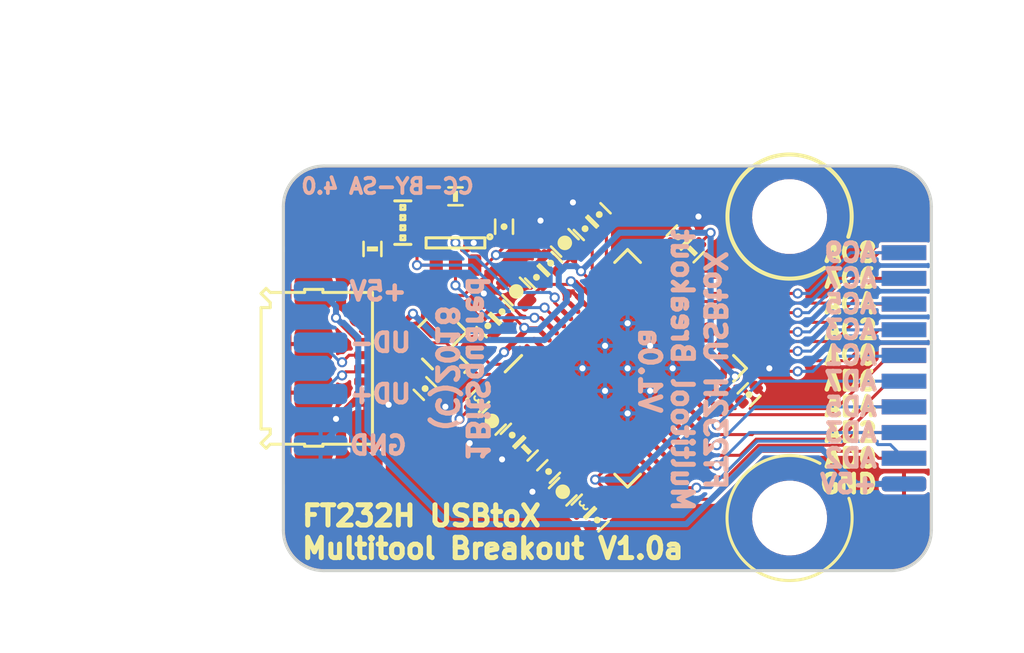
<source format=kicad_pcb>
(kicad_pcb (version 20221018) (generator pcbnew)
  (title_block (title "ftdi ft232h breakout") (rev "V1.0a") (company "1BitSquared") (comment 1 "(C) 2018 Piotr Esden-Tempski <piotr@1bitsquared.com>") (comment 2 "(C) 2018 1BitSquared <info@1bitsquared.com>") (comment 3 "License: CC-BY-SA 4.0"))
  (layers (0 "F.Cu" signal) (31 "B.Cu" signal) (34 "B.Paste" user) (35 "F.Paste" user) (36 "B.SilkS" user "B.Silkscreen") (37 "F.SilkS" user "F.Silkscreen") (38 "B.Mask" user) (39 "F.Mask" user) (44 "Edge.Cuts" user))
  (net 0 "")
  (net 1 "+3V3")
  (net 2 "GND")
  (net 3 "Net-(R6-Pad1)")
  (net 4 "Net-(R2-Pad1)")
  (net 5 "Net-(C3-Pad1)")
  (net 6 "+5V")
  (net 7 "Net-(C12-Pad1)")
  (net 8 "Net-(C13-Pad1)")
  (net 9 "/shield")
  (net 10 "Net-(P1-Pad4)")
  (net 11 "Net-(R2-Pad5)")
  (net 12 "Net-(R2-Pad3)")
  (net 13 "Net-(C2-Pad1)")
  (net 14 "Net-(R8-Pad2)")
  (net 15 "/ADBUS0")
  (net 16 "/ADBUS1")
  (net 17 "/ADBUS2")
  (net 18 "/ADBUS3")
  (net 19 "/ADBUS4")
  (net 20 "/ADBUS5")
  (net 21 "/ADBUS6")
  (net 22 "/ADBUS7")
  (net 23 "/ACBUS0")
  (net 24 "/ACBUS1")
  (net 25 "/ACBUS2")
  (net 26 "/ACBUS3")
  (net 27 "/ACBUS4")
  (net 28 "/ACBUS5")
  (net 29 "/ACBUS6")
  (net 30 "/ACBUS7")
  (net 31 "/ACBUS8")
  (net 32 "/ACBUS9")
  (net 33 "Net-(C4-Pad1)")
  (net 34 "/VCCA")
  (net 35 "/VCORE")
  (net 36 "/USB_D-")
  (net 37 "/USB_D+")
  (footprint "pkl_connectors:Connector_USB_Micro_B_SMD" (layer "F.Cu") (at 31.5 47.5 180)
    (fp_text reference "P1" hide)
    (fp_text value "pkl_USB_OTG" hide)
  )
  (footprint "pkl_dipol:C_0402" (layer "F.Cu") (at 43.1 52.6 -135)
    (fp_text reference "C13")
    (fp_text value "100n")
  )
  (footprint "pkl_dipol:C_0402" (layer "F.Cu") (at 53 48.8 45)
    (fp_text reference "C19")
    (fp_text value "100n")
  )
  (footprint "pkl_dipol:R_Array_Convex_4x0402" (layer "F.Cu") (at 35.9 40.3 90)
    (fp_text reference "R2")
    (fp_text value "10k")
  )
  (footprint "pkl_dipol:C_0402" (layer "F.Cu") (at 49.5 41 45)
    (fp_text reference "C4")
    (fp_text value "10n")
  )
  (footprint "pkl_dipol:C_0402" (layer "F.Cu") (at 42.5 43 135)
    (fp_text reference "C10")
    (fp_text value "100n")
  )
  (footprint "pkl_dipol:C_0402" (layer "F.Cu") (at 45.5 55 -135)
    (fp_text reference "C18")
    (fp_text value "100n")
  )
  (footprint "pkl_dipol:R_0402" (layer "F.Cu") (at 50.2 41.7 45)
    (fp_text reference "R9")
    (fp_text value "10k")
  )
  (footprint "pkl_dipol:L_0402" (layer "F.Cu") (at 44.8 54.3 45)
    (fp_text reference "L1")
    (fp_text value "600")
  )
  (footprint "pkl_dipol:L_0402" (layer "F.Cu") (at 39.6 49.1 45)
    (fp_text reference "L2")
    (fp_text value "600")
  )
  (footprint "pkl_dipol:C_0402" (layer "F.Cu") (at 41.3 50.8 -135)
    (fp_text reference "C12")
    (fp_text value "100n")
  )
  (footprint "pkl_housings_sot:SOT-23-6" (layer "F.Cu") (at 38.5 41.3 90)
    (fp_text reference "U1")
    (fp_text value "93C46B-SOT-23-6")
  )
  (footprint "pkl_dipol:R_0402" (layer "F.Cu") (at 38.5 39)
    (fp_text reference "R6")
    (fp_text value "2k2")
  )
  (footprint "pkl_dipol:R_0402" (layer "F.Cu") (at 42 51.5 45)
    (fp_text reference "R8")
    (fp_text value "12k")
  )
  (footprint "pkl_dipol:C_0402" (layer "F.Cu") (at 40.8 44.7 135)
    (fp_text reference "C20")
    (fp_text value "100n")
  )
  (footprint "pkl_dipol:C_0402" (layer "F.Cu") (at 40.9 40.5 90)
    (fp_text reference "C1")
    (fp_text value "100n")
  )
  (footprint "pkl_dipol:C_0402" (layer "F.Cu") (at 37 48.5 -45)
    (fp_text reference "C3")
    (fp_text value "10p")
  )
  (footprint "pkl_dipol:C_0603" (layer "F.Cu") (at 43.8 53.6 -135)
    (fp_text reference "C9")
    (fp_text value "4u7")
  )
  (footprint "pkl_dipol:C_0603" (layer "F.Cu") (at 40.3 50.1 -135)
    (fp_text reference "C6")
    (fp_text value "4u7")
  )
  (footprint "pkl_dipol:R_0402" (layer "F.Cu") (at 34.4 41.6 -90)
    (fp_text reference "R1")
    (fp_text value "1M")
  )
  (footprint "pkl_dipol:C_0603" (layer "F.Cu") (at 41.5 43.7 135)
    (fp_text reference "C7")
    (fp_text value "4u7")
  )
  (footprint "pkl_misc:ABM8" (layer "F.Cu") (at 38 46.4 135)
    (fp_text reference "X1")
    (fp_text value "12MHz")
  )
  (footprint "pkl_housings_dfn_qfn:QFN-48-1EP_8x8mm_Pitch0.5mm" (layer "F.Cu") (at 47 47.5 45)
    (fp_text reference "U2")
    (fp_text value "FT232H")
  )
  (footprint "pkl_dipol:C_0402" (layer "F.Cu") (at 40.1 45.4 135)
    (fp_text reference "C2")
    (fp_text value "10p")
  )
  (footprint "pkl_dipol:C_0603" (layer "F.Cu") (at 43.9 41.3 135)
    (fp_text reference "C5")
    (fp_text value "4u7")
  )
  (footprint "pkl_dipol:C_0402" (layer "F.Cu") (at 44.9 40.6 135)
    (fp_text reference "C14")
    (fp_text value "100n")
  )
  (footprint "pkl_dipol:C_0402" (layer "F.Cu") (at 43.2 42.3 135)
    (fp_text reference "C8")
    (fp_text value "100n")
  )
  (footprint "pkl_dipol:C_0402" (layer "F.Cu") (at 45.6 39.9 135)
    (fp_text reference "C16")
    (fp_text value "100n")
  )
  (footprint "MountingHole:MountingHole_3.2mm_M3" (layer "F.Cu") (at 55 40)
    (fp_text reference "REF**" hide)
    (fp_text value "MountingHole_3.2mm_M3" hide)
  )
  (footprint "MountingHole:MountingHole_3.2mm_M3" (layer "F.Cu") (at 55 54.9)
    (fp_text reference "REF**" hide)
    (fp_text value "MountingHole_3.2mm_M3" hide)
  )
  (footprint "pkl_samtec:FTSH-EDGE-20pin" (layer "F.Cu") (at 62 47.5 90)
    (fp_text reference "J1" hide)
    (fp_text value "Conn" hide)
  )
  (footprint "pkl_pads:PAD_SMD_1x2.65" (layer "B.Cu") (at 31.84 48.77)
    (fp_text reference "P4" hide)
    (fp_text value "UP" hide)
  )
  (footprint "pkl_pads:PAD_SMD_1x2.65" (layer "B.Cu") (at 31.84 46.23)
    (fp_text reference "P3" hide)
    (fp_text value "UP" hide)
  )
  (footprint "pkl_pads:PAD_SMD_1x2.65" (layer "B.Cu") (at 31.84 51.31)
    (fp_text reference "P5" hide)
    (fp_text value "UP" hide)
  )
  (footprint "pkl_pads:PAD_SMD_1x2.65" (layer "B.Cu") (at 31.84 43.69)
    (fp_text reference "P2" hide)
    (fp_text value "UP" hide)
  )
  (gr_arc (start 57.930188 53.923271) (mid 52.623225 56.872548) (end 56.5 52.2) (stroke (width 0.15)) (layer "F.SilkS"))
  (gr_arc (start 56.724926 42.536655) (mid 52.563238 38.136622) (end 57.899999 40.999999) (stroke (width 0.2)) (layer "F.SilkS"))
  (gr_line (start 30 55.5) (end 30 39.5) (stroke (width 0.15)) (layer "Edge.Cuts"))
  (gr_arc (start 30 39.5) (mid 30.585786 38.085786) (end 32 37.5) (stroke (width 0.15)) (layer "Edge.Cuts"))
  (gr_line (start 32 37.5) (end 60 37.5) (stroke (width 0.15)) (layer "Edge.Cuts"))
  (gr_line (start 62 55.5) (end 62 39.5) (stroke (width 0.15)) (layer "Edge.Cuts"))
  (gr_arc (start 60 37.5) (mid 61.414214 38.085786) (end 62 39.5) (stroke (width 0.15)) (layer "Edge.Cuts"))
  (gr_arc (start 62 55.5) (mid 61.414214 56.914214) (end 60 57.5) (stroke (width 0.15)) (layer "Edge.Cuts"))
  (gr_arc (start 32 57.5) (mid 30.585786 56.914214) (end 30 55.5) (stroke (width 0.15)) (layer "Edge.Cuts"))
  (gr_line (start 60 57.5) (end 32 57.5) (stroke (width 0.15)) (layer "Edge.Cuts"))
  (gr_text "AD7" (at 59.43 48.135) (layer "B.SilkS") (effects (font (size 0.9 0.9) (thickness 0.225)) (justify left mirror)))
  (gr_text "AC7" (at 59.43 43.055) (layer "B.SilkS") (effects (font (size 0.9 0.9) (thickness 0.225)) (justify left mirror)))
  (gr_text "AC9" (at 59.43 41.785) (layer "B.SilkS") (effects (font (size 0.9 0.9) (thickness 0.225)) (justify left mirror)))
  (gr_text "AD3" (at 59.43 50.675) (layer "B.SilkS") (effects (font (size 0.9 0.9) (thickness 0.225)) (justify left mirror)))
  (gr_text "AD2" (at 59.43 51.945) (layer "B.SilkS") (effects (font (size 0.9 0.9) (thickness 0.225)) (justify left mirror)))
  (gr_text "AC5" (at 59.43 44.325) (layer "B.SilkS") (effects (font (size 0.9 0.9) (thickness 0.225)) (justify left mirror)))
  (gr_text "AD5" (at 59.43 49.405) (layer "B.SilkS") (effects (font (size 0.9 0.9) (thickness 0.225)) (justify left mirror)))
  (gr_text "AC1" (at 59.43 46.865) (layer "B.SilkS") (effects (font (size 0.9 0.9) (thickness 0.225)) (justify left mirror)))
  (gr_text "AC3" (at 59.43 45.595) (layer "B.SilkS") (effects (font (size 0.9 0.9) (thickness 0.225)) (justify left mirror)))
  (gr_text "+5V" (at 59.43 53.215) (layer "B.SilkS") (effects (font (size 0.9 0.9) (thickness 0.225)) (justify left mirror)))
  (gr_text "1BitSquared" (at 39.57 47.5 270) (layer "B.SilkS") (effects (font (size 1 1) (thickness 0.25)) (justify mirror)))
  (gr_text "(C)2018" (at 38.07 47.5 270) (layer "B.SilkS") (effects (font (size 1 1) (thickness 0.25)) (justify mirror)))
  (gr_text "+5V" (at 33.165 43.69) (layer "B.SilkS") (effects (font (size 0.9 0.9) (thickness 0.225)) (justify right mirror)))
  (gr_text "UD-" (at 33.165 46.23) (layer "B.SilkS") (effects (font (size 0.9 0.9) (thickness 0.225)) (justify right mirror)))
  (gr_text "UD+" (at 33.165 48.77) (layer "B.SilkS") (effects (font (size 0.9 0.9) (thickness 0.225)) (justify right mirror)))
  (gr_text "GND" (at 33.165 51.31) (layer "B.SilkS") (effects (font (size 0.9 0.9) (thickness 0.225)) (justify right mirror)))
  (gr_text "FT232H USBtoX\nMultitool Breakout\nV1.0a" (at 49.7 47.6 270) (layer "B.SilkS") (effects (font (size 1 1) (thickness 0.25)) (justify mirror)))
  (gr_text "CC-BY-SA 4.0" (at 39.5 38.5) (layer "B.SilkS") (effects (font (size 0.75 0.75) (thickness 0.1875)) (justify left mirror)))
  (gr_text "FT232H USBtoX\nMultitool Breakout V1.0a" (at 30.8 55.6) (layer "F.SilkS") (effects (font (size 1 1) (thickness 0.25)) (justify left)))
  (gr_text "AD4" (at 59.43 49.405) (layer "F.SilkS") (effects (font (size 0.9 0.9) (thickness 0.225)) (justify right)))
  (gr_text "AD2" (at 59.43 50.675) (layer "F.SilkS") (effects (font (size 0.9 0.9) (thickness 0.225)) (justify right)))
  (gr_text "AC4" (at 59.43 44.325) (layer "F.SilkS") (effects (font (size 0.9 0.9) (thickness 0.225)) (justify right)))
  (gr_text "AC6" (at 59.43 43.055) (layer "F.SilkS") (effects (font (size 0.9 0.9) (thickness 0.225)) (justify right)))
  (gr_text "AC0" (at 59.43 46.865) (layer "F.SilkS") (effects (font (size 0.9 0.9) (thickness 0.225)) (justify right)))
  (gr_text "AC2" (at 59.43 45.595) (layer "F.SilkS") (effects (font (size 0.9 0.9) (thickness 0.225)) (justify right)))
  (gr_text "GND" (at 59.43 53.215) (layer "F.SilkS") (effects (font (size 0.9 0.9) (thickness 0.225)) (justify right)))
  (gr_text "AC8" (at 59.43 41.785) (layer "F.SilkS") (effects (font (size 0.9 0.9) (thickness 0.225)) (justify right)))
  (gr_text "AD0" (at 59.43 51.945) (layer "F.SilkS") (effects (font (size 0.9 0.9) (thickness 0.225)) (justify right)))
  (gr_text "AD6" (at 59.43 48.135) (layer "F.SilkS") (effects (font (size 0.9 0.9) (thickness 0.225)) (justify right)))
  (segment (start 40 42.4) (end 40.5 41.9) (width 0.15) (layer "F.Cu") (net 1))
  (segment (start 51.772971 48.383883) (end 51.816117 48.383883) (width 0.15) (layer "F.Cu") (net 1))
  (segment (start 35.425 40.55) (end 35.425 41.05) (width 0.15) (layer "F.Cu") (net 1))
  (segment (start 40.9 41) (end 40.9 41.5) (width 0.15) (layer "F.Cu") (net 1))
  (segment (start 38.9 43.9) (end 37.3 43.9) (width 0.15) (layer "F.Cu") (net 1))
  (segment (start 42.525126 45.5) (end 42.934136 45.90901) (width 0.15) (layer "F.Cu") (net 1))
  (segment (start 44.43033 42.43033) (end 44.7 42.7) (width 0.15) (layer "F.Cu") (net 1))
  (segment (start 35.425 42.025) (end 35.425 41.05) (width 0.15) (layer "F.Cu") (net 1))
  (segment (start 39.45 42.4) (end 40 42.4) (width 0.15) (layer "F.Cu") (net 1))
  (segment (start 51.816117 48.383883) (end 52.3 47.9) (width 0.15) (layer "F.Cu") (net 1))
  (segment (start 41.153553 45.053553) (end 41.453553 45.053553) (width 0.15) (layer "F.Cu") (net 1))
  (segment (start 51.876777 48.383883) (end 52.646447 49.153553) (width 0.15) (layer "F.Cu") (net 1))
  (segment (start 51.772971 48.383883) (end 51.876777 48.383883) (width 0.15) (layer "F.Cu") (net 1))
  (segment (start 43.607107 42.653553) (end 44.43033 41.83033) (width 0.15) (layer "F.Cu") (net 1))
  (segment (start 41.9 45.7) (end 40.9 46.7) (width 0.3) (layer "F.Cu") (net 1))
  (segment (start 46.116117 52.272971) (end 45.4 52.989088) (width 0.15) (layer "F.Cu") (net 1))
  (segment (start 45.40901 43.40901) (end 44.7 42.7) (width 0.15) (layer "F.Cu") (net 1))
  (segment (start 45.846447 54.653553) (end 45.853553 54.646447) (width 0.15) (layer "F.Cu") (net 1))
  (segment (start 41.9 45.5) (end 42.525126 45.5) (width 0.15) (layer "F.Cu") (net 1))
  (segment (start 45.40901 43.434136) (end 45.40901 43.40901) (width 0.15) (layer "F.Cu") (net 1))
  (segment (start 39.45 43.35) (end 38.9 43.9) (width 0.15) (layer "F.Cu") (net 1))
  (segment (start 41.9 45.5) (end 41.9 45.7) (width 0.3) (layer "F.Cu") (net 1))
  (segment (start 44.446447 54.653553) (end 45.846447 54.653553) (width 0.15) (layer "F.Cu") (net 1))
  (segment (start 45.4 52.989088) (end 45.4 53) (width 0.15) (layer "F.Cu") (net 1))
  (segment (start 35.425 40.05) (end 35.425 40.55) (width 0.15) (layer "F.Cu") (net 1))
  (segment (start 37.3 43.9) (end 35.425 42.025) (width 0.15) (layer "F.Cu") (net 1))
  (segment (start 50.553553 41.346447) (end 51.1 40.8) (width 0.15) (layer "F.Cu") (net 1))
  (segment (start 45.853553 54.646447) (end 45.853553 53.453553) (width 0.15) (layer "F.Cu") (net 1))
  (segment (start 39.45 42.4) (end 39.45 43.35) (width 0.15) (layer "F.Cu") (net 1))
  (segment (start 40.9 41.5) (end 40.5 41.9) (width 0.15) (layer "F.Cu") (net 1))
  (segment (start 44.43033 41.83033) (end 44.43033 42.43033) (width 0.15) (layer "F.Cu") (net 1))
  (segment (start 39.246447 49.453553) (end 38.7 50) (width 0.15) (layer "F.Cu") (net 1))
  (segment (start 43.553553 42.653553) (end 43.607107 42.653553) (width 0.15) (layer "F.Cu") (net 1))
  (segment (start 45.853553 53.453553) (end 45.4 53) (width 0.15) (layer "F.Cu") (net 1))
  (segment (start 41.453553 45.053553) (end 41.9 45.5) (width 0.15) (layer "F.Cu") (net 1))
  (via (at 38.7 50) (size 0.5) (drill 0.3) (layers "F.Cu" "B.Cu") (net 1))
  (via (at 41.9 45.5) (size 0.5) (drill 0.3) (layers "F.Cu" "B.Cu") (net 1))
  (via (at 45.4 53) (size 0.5) (drill 0.3) (layers "F.Cu" "B.Cu") (net 1))
  (via (at 51.1 40.8) (size 0.5) (drill 0.3) (layers "F.Cu" "B.Cu") (net 1))
  (via (at 52.3 47.9) (size 0.5) (drill 0.3) (layers "F.Cu" "B.Cu") (net 1))
  (via (at 44.7 42.7) (size 0.5) (drill 0.3) (layers "F.Cu" "B.Cu") (net 1))
  (via (at 40.5 41.9) (size 0.5) (drill 0.3) (layers "F.Cu" "B.Cu") (net 1))
  (via (at 40.9 46.7) (size 0.5) (drill 0.3) (layers "F.Cu" "B.Cu") (net 1))
  (segment (start 43.8 42.6) (end 43.6 42.8) (width 0.3) (layer "B.Cu") (net 1))
  (segment (start 40.9 46.7) (end 38.7 48.9) (width 0.3) (layer "B.Cu") (net 1))
  (segment (start 43.1 41.9) (end 43.8 42.6) (width 0.3) (layer "B.Cu") (net 1))
  (segment (start 44.7 42.7) (end 46.6 40.8) (width 0.3) (layer "B.Cu") (net 1))
  (segment (start 44 44.2) (end 42.6 45.6) (width 0.3) (layer "B.Cu") (net 1))
  (segment (start 43.6 43.4) (end 44 43.8) (width 0.3) (layer "B.Cu") (net 1))
  (segment (start 42.6 45.6) (end 42 45.6) (width 0.3) (layer "B.Cu") (net 1))
  (segment (start 38.7 48.9) (end 38.7 50) (width 0.3) (layer "B.Cu") (net 1))
  (segment (start 42 45.6) (end 41.9 45.5) (width 0.3) (layer "B.Cu") (net 1))
  (segment (start 40.5 41.9) (end 43.1 41.9) (width 0.3) (layer "B.Cu") (net 1))
  (segment (start 52.3 47.9) (end 51.1 46.7) (width 0.3) (layer "B.Cu") (net 1))
  (segment (start 45.4 53) (end 47.2 53) (width 0.3) (layer "B.Cu") (net 1))
  (segment (start 44 43.8) (end 44 44.2) (width 0.3) (layer "B.Cu") (net 1))
  (segment (start 47.2 53) (end 52.3 47.9) (width 0.3) (layer "B.Cu") (net 1))
  (segment (start 43.949999 42.450001) (end 43.8 42.6) (width 0.3) (layer "B.Cu") (net 1))
  (segment (start 51.1 46.7) (end 51.1 40.8) (width 0.3) (layer "B.Cu") (net 1))
  (segment (start 43.6 42.8) (end 43.6 43.4) (width 0.3) (layer "B.Cu") (net 1))
  (segment (start 46.6 40.8) (end 51.1 40.8) (width 0.3) (layer "B.Cu") (net 1))
  (segment (start 44.450001 42.450001) (end 43.949999 42.450001) (width 0.3) (layer "B.Cu") (net 1))
  (segment (start 44.7 42.7) (end 44.450001 42.450001) (width 0.3) (layer "B.Cu") (net 1))
  (segment (start 38.5 40.2) (end 38.5 40.4) (width 0.15) (layer "F.Cu") (net 2))
  (segment (start 34.175 48.8) (end 33.8 48.8) (width 0.3) (layer "F.Cu") (net 2))
  (segment (start 38.5 40.4) (end 39.4 41.3) (width 0.15) (layer "F.Cu") (net 2))
  (segment (start 33.8 48.8) (end 32.6 50) (width 0.3) (layer "F.Cu") (net 2))
  (segment (start 34.7 48.8) (end 35.2 49.3) (width 0.3) (layer "F.Cu") (net 2))
  (segment (start 34.175 48.8) (end 34.7 48.8) (width 0.3) (layer "F.Cu") (net 2))
  (via (at 39.9 43.8) (size 0.5) (drill 0.3) (layers "F.Cu" "B.Cu") (net 2))
  (via (at 40.8 52) (size 0.5) (drill 0.3) (layers "F.Cu" "B.Cu") (net 2))
  (via (at 39.2 51.2) (size 0.5) (drill 0.3) (layers "F.Cu" "B.Cu") (net 2))
  (via (at 44.3 39.3) (size 0.5) (drill 0.3) (layers "F.Cu" "B.Cu") (net 2))
  (via (at 42.3 53.6) (size 0.5) (drill 0.3) (layers "F.Cu" "B.Cu") (net 2))
  (via (at 54 47.5) (size 0.5) (drill 0.3) (layers "F.Cu" "B.Cu") (net 2))
  (via (at 32.6 50) (size 0.5) (drill 0.3) (layers "F.Cu" "B.Cu") (net 2))
  (via (at 38 49.4) (size 0.5) (drill 0.3) (layers "F.Cu" "B.Cu") (net 2))
  (via (at 35.2 49.3) (size 0.5) (drill 0.3) (layers "F.Cu" "B.Cu") (net 2))
  (via (at 42.7 40.2) (size 0.5) (drill 0.3) (layers "F.Cu" "B.Cu") (net 2))
  (via (at 39.4 41.3) (size 0.5) (drill 0.3) (layers "F.Cu" "B.Cu") (net 2))
  (via (at 50.5 40) (size 0.5) (drill 0.3) (layers "F.Cu" "B.Cu") (net 2))
  (segment (start 32.6 50) (end 32.6 50.55) (width 0.3) (layer "B.Cu") (net 2))
  (segment (start 32.6 50.55) (end 31.84 51.31) (width 0.3) (layer "B.Cu") (net 2))
  (segment (start 43.4 44.253554) (end 43.4 44) (width 0.15) (layer "F.Cu") (net 3))
  (segment (start 37.55 39.45) (end 38 39) (width 0.15) (layer "F.Cu") (net 3))
  (segment (start 38.500002 41.278026) (end 38.500002 41.3) (width 0.15) (layer "F.Cu") (net 3))
  (segment (start 37.55 40.2) (end 37.55 39.45) (width 0.15) (layer "F.Cu") (net 3))
  (segment (start 37.55 40.328024) (end 38.500002 41.278026) (width 0.15) (layer "F.Cu") (net 3))
  (segment (start 37.55 40.2) (end 37.55 40.328024) (width 0.15) (layer "F.Cu") (net 3))
  (segment (start 43.994796 44.84835) (end 43.4 44.253554) (width 0.15) (layer "F.Cu") (net 3))
  (via (at 43.4 44) (size 0.5) (drill 0.3) (layers "F.Cu" "B.Cu") (net 3))
  (via (at 38.500002 41.3) (size 0.5) (drill 0.3) (layers "F.Cu" "B.Cu") (net 3))
  (segment (start 38.500002 41.300002) (end 38.500002 41.3) (width 0.15) (layer "B.Cu") (net 3))
  (segment (start 41.250001 43.750001) (end 39.5 42) (width 0.15) (layer "B.Cu") (net 3))
  (segment (start 39.200002 42) (end 38.500002 41.3) (width 0.15) (layer "B.Cu") (net 3))
  (segment (start 43.150001 43.750001) (end 41.250001 43.750001) (width 0.15) (layer "B.Cu") (net 3))
  (segment (start 43.4 44) (end 43.150001 43.750001) (width 0.15) (layer "B.Cu") (net 3))
  (segment (start 39.5 42) (end 39.200002 42) (width 0.15) (layer "B.Cu") (net 3))
  (segment (start 36.6 41.275) (end 36.6 42.4) (width 0.15) (layer "F.Cu") (net 4))
  (segment (start 37.55 42.4) (end 36.6 42.4) (width 0.15) (layer "F.Cu") (net 4))
  (segment (start 43.641243 45.201903) (end 43.601903 45.201903) (width 0.15) (layer "F.Cu") (net 4))
  (segment (start 43.601903 45.201903) (end 42.9 44.5) (width 0.15) (layer "F.Cu") (net 4))
  (segment (start 36.375 41.05) (end 36.6 41.275) (width 0.15) (layer "F.Cu") (net 4))
  (via (at 36.6 42.4) (size 0.5) (drill 0.3) (layers "F.Cu" "B.Cu") (net 4))
  (via (at 42.9 44.5) (size 0.5) (drill 0.3) (layers "F.Cu" "B.Cu") (net 4))
  (segment (start 39.1 42.4) (end 36.6 42.4) (width 0.15) (layer "B.Cu") (net 4))
  (segment (start 39.3 42.4) (end 39.1 42.4) (width 0.15) (layer "B.Cu") (net 4))
  (segment (start 41.4 44.5) (end 39.3 42.4) (width 0.15) (layer "B.Cu") (net 4))
  (segment (start 42.9 44.5) (end 41.4 44.5) (width 0.15) (layer "B.Cu") (net 4))
  (segment (start 42.227031 49.090989) (end 42.580583 48.737437) (width 0.15) (layer "F.Cu") (net 5))
  (segment (start 40.2 47.8) (end 41.490989 49.090989) (width 0.15) (layer "F.Cu") (net 5))
  (segment (start 38.040901 46.240901) (end 39.6 47.8) (width 0.15) (layer "F.Cu") (net 5))
  (segment (start 36.646447 46.354595) (end 36.532753 46.240901) (width 0.15) (layer "F.Cu") (net 5))
  (segment (start 41.490989 49.090989) (end 42.227031 49.090989) (width 0.15) (layer "F.Cu") (net 5))
  (segment (start 36.532753 46.240901) (end 38.040901 46.240901) (width 0.15) (layer "F.Cu") (net 5))
  (segment (start 36.646447 48.146447) (end 36.646447 46.354595) (width 0.15) (layer "F.Cu") (net 5))
  (segment (start 39.6 47.8) (end 40.2 47.8) (width 0.15) (layer "F.Cu") (net 5))
  (segment (start 34.175 46.2) (end 33.8 46.2) (width 0.3) (layer "F.Cu") (net 6))
  (segment (start 44.467767 43.2) (end 44.2 43.2) (width 0.15) (layer "F.Cu") (net 6))
  (segment (start 33.8 46.2) (end 32.6 45) (width 0.3) (layer "F.Cu") (net 6))
  (segment (start 42.853553 43.353553) (end 44.046447 43.353553) (width 0.15) (layer "F.Cu") (net 6))
  (segment (start 42.03033 44.176776) (end 42.853553 43.353553) (width 0.15) (layer "F.Cu") (net 6))
  (segment (start 45.055456 43.787689) (end 44.467767 43.2) (width 0.15) (layer "F.Cu") (net 6))
  (segment (start 34.175 46.2) (end 35 46.2) (width 0.3) (layer "F.Cu") (net 6))
  (segment (start 44.046447 43.353553) (end 44.2 43.2) (width 0.15) (layer "F.Cu") (net 6))
  (segment (start 35 46.2) (end 36.4 44.8) (width 0.3) (layer "F.Cu") (net 6))
  (segment (start 42.03033 44.23033) (end 42.03033 44.176776) (width 0.15) (layer "F.Cu") (net 6))
  (via (at 36.4 44.8) (size 0.5) (drill 0.3) (layers "F.Cu" "B.Cu") (net 6))
  (via (at 32.6 45) (size 0.5) (drill 0.3) (layers "F.Cu" "B.Cu") (net 6))
  (via (at 44.2 43.2) (size 0.5) (drill 0.3) (layers "F.Cu" "B.Cu") (net 6))
  (segment (start 32.6 44.45) (end 31.84 43.69) (width 0.3) (layer "B.Cu") (net 6))
  (segment (start 32.962833 45.249999) (end 33.7 45.987166) (width 0.3) (layer "B.Cu") (net 6))
  (segment (start 32.849999 45.249999) (end 32.962833 45.249999) (width 0.3) (layer "B.Cu") (net 6))
  (segment (start 56.6 51.5) (end 58.315 53.215) (width 0.3) (layer "B.Cu") (net 6))
  (segment (start 42.9 46.1) (end 37.7 46.1) (width 0.3) (layer "B.Cu") (net 6))
  (segment (start 32.6 45) (end 32.849999 45.249999) (width 0.3) (layer "B.Cu") (net 6))
  (segment (start 33.7 45.987166) (end 33.7 50.7) (width 0.3) (layer "B.Cu") (net 6))
  (segment (start 38.2 55.2) (end 49.9 55.2) (width 0.3) (layer "B.Cu") (net 6))
  (segment (start 53.6 51.5) (end 56.6 51.5) (width 0.3) (layer "B.Cu") (net 6))
  (segment (start 44.2 43.2) (end 44.7 43.7) (width 0.3) (layer "B.Cu") (net 6))
  (segment (start 49.9 55.2) (end 53.6 51.5) (width 0.3) (layer "B.Cu") (net 6))
  (segment (start 37.7 46.1) (end 36.4 44.8) (width 0.3) (layer "B.Cu") (net 6))
  (segment (start 58.315 53.215) (end 60.65 53.215) (width 0.3) (layer "B.Cu") (net 6))
  (segment (start 33.7 50.7) (end 38.2 55.2) (width 0.3) (layer "B.Cu") (net 6))
  (segment (start 44.7 43.7) (end 44.7 44.3) (width 0.3) (layer "B.Cu") (net 6))
  (segment (start 44.7 44.3) (end 42.9 46.1) (width 0.3) (layer "B.Cu") (net 6))
  (segment (start 32.6 45) (end 32.6 44.45) (width 0.3) (layer "B.Cu") (net 6))
  (segment (start 42.90901 49.09099) (end 42.934136 49.09099) (width 0.15) (layer "F.Cu") (net 7))
  (segment (start 41.653553 50.346447) (end 42.90901 49.09099) (width 0.15) (layer "F.Cu") (net 7))
  (segment (start 40.83033 49.623224) (end 41.653553 50.446447) (width 0.15) (layer "F.Cu") (net 7))
  (segment (start 40.83033 49.56967) (end 40.83033 49.623224) (width 0.15) (layer "F.Cu") (net 7))
  (segment (start 40.007107 48.746447) (end 40.83033 49.56967) (width 0.15) (layer "F.Cu") (net 7))
  (segment (start 39.953553 48.746447) (end 40.007107 48.746447) (width 0.15) (layer "F.Cu") (net 7))
  (segment (start 41.653553 50.446447) (end 41.653553 50.346447) (width 0.15) (layer "F.Cu") (net 7))
  (segment (start 45.153553 53.946447) (end 45.153553 53.892893) (width 0.15) (layer "F.Cu") (net 8))
  (segment (start 45.153553 53.892893) (end 44.33033 53.06967) (width 0.15) (layer "F.Cu") (net 8))
  (segment (start 44.33033 53.06967) (end 44.276776 53.06967) (width 0.15) (layer "F.Cu") (net 8))
  (segment (start 44.276776 53.06967) (end 43.453553 52.246447) (width 0.15) (layer "F.Cu") (net 8))
  (segment (start 43.453553 52.107107) (end 43.453553 52.246447) (width 0.15) (layer "F.Cu") (net 8))
  (segment (start 44.701903 50.858757) (end 43.453553 52.107107) (width 0.15) (layer "F.Cu") (net 8))
  (segment (start 38.47499 38.47499) (end 38.694543 38.694543) (width 0.15) (layer "F.Cu") (net 11))
  (segment (start 37.73002 38.47499) (end 38.47499 38.47499) (width 0.15) (layer "F.Cu") (net 11))
  (segment (start 37 39.20501) (end 37.73002 38.47499) (width 0.15) (layer "F.Cu") (net 11))
  (segment (start 38.694543 38.694543) (end 39 39) (width 0.15) (layer "F.Cu") (net 11))
  (segment (start 39.45 39.45) (end 39.45 40.2) (width 0.15) (layer "F.Cu") (net 11))
  (segment (start 37 39.609636) (end 37 39.20501) (width 0.15) (layer "F.Cu") (net 11))
  (segment (start 36.559636 40.05) (end 37 39.609636) (width 0.15) (layer "F.Cu") (net 11))
  (segment (start 36.375 40.05) (end 36.559636 40.05) (width 0.15) (layer "F.Cu") (net 11))
  (segment (start 39 39) (end 39.45 39.45) (width 0.15) (layer "F.Cu") (net 11))
  (segment (start 43.287689 45.555456) (end 42.732233 45) (width 0.15) (layer "F.Cu") (net 12))
  (segment (start 38.5 42.228024) (end 38.5 42.4) (width 0.15) (layer "F.Cu") (net 12))
  (segment (start 42.732233 45) (end 42.4 45) (width 0.15) (layer "F.Cu") (net 12))
  (segment (start 38.5 42.4) (end 38.5 43.4) (width 0.15) (layer "F.Cu") (net 12))
  (segment (start 36.821976 40.55) (end 38.5 42.228024) (width 0.15) (layer "F.Cu") (net 12))
  (segment (start 36.375 40.55) (end 36.821976 40.55) (width 0.15) (layer "F.Cu") (net 12))
  (via (at 42.4 45) (size 0.5) (drill 0.3) (layers "F.Cu" "B.Cu") (net 12))
  (via (at 38.5 43.4) (size 0.5) (drill 0.3) (layers "F.Cu" "B.Cu") (net 12))
  (segment (start 40.1 45) (end 38.5 43.4) (width 0.15) (layer "B.Cu") (net 12))
  (segment (start 42.4 45) (end 40.1 45) (width 0.15) (layer "B.Cu") (net 12))
  (segment (start 40.272793 45.753553) (end 39.467247 46.559099) (width 0.15) (layer "F.Cu") (net 13))
  (segment (start 41.143146 47.3) (end 40.208148 47.3) (width 0.15) (layer "F.Cu") (net 13))
  (segment (start 40.208148 47.3) (end 39.467247 46.559099) (width 0.15) (layer "F.Cu") (net 13))
  (segment (start 42.227029 48.383883) (end 41.143146 47.3) (width 0.15) (layer "F.Cu") (net 13))
  (segment (start 40.453553 45.753553) (end 40.272793 45.753553) (width 0.15) (layer "F.Cu") (net 13))
  (segment (start 43.641243 49.798097) (end 42.353553 51.085787) (width 0.15) (layer "F.Cu") (net 14))
  (segment (start 42.353553 51.085787) (end 42.353553 51.146447) (width 0.15) (layer "F.Cu") (net 14))
  (segment (start 59.055 51.6) (end 59.4 51.945) (width 0.15) (layer "F.Cu") (net 15))
  (segment (start 51.224998 53.975002) (end 53.6 51.6) (width 0.15) (layer "F.Cu") (net 15))
  (segment (start 47.883883 52.272971) (end 49.585914 53.975002) (width 0.15) (layer "F.Cu") (net 15))
  (segment (start 53.6 51.6) (end 59.055 51.6) (width 0.15) (layer "F.Cu") (net 15))
  (segment (start 59.4 51.945) (end 60.65 51.945) (width 0.15) (layer "F.Cu") (net 15))
  (segment (start 49.585914 53.975002) (end 51.224998 53.975002) (width 0.15) (layer "F.Cu") (net 15))
  (segment (start 49.71802 53.4) (end 50.4 53.4) (width 0.15) (layer "F.Cu") (net 16))
  (segment (start 48.237437 51.919417) (end 49.71802 53.4) (width 0.15) (layer "F.Cu") (net 16))
  (via (at 50.4 53.4) (size 0.5) (drill 0.3) (layers "F.Cu" "B.Cu") (net 16))
  (segment (start 59.324999 51.225001) (end 59.324999 51.1) (width 0.15) (layer "B.Cu") (net 16))
  (segment (start 51.103002 53.4) (end 50.4 53.4) (width 0.15) (layer "B.Cu") (net 16))
  (segment (start 60.65 51.945) (end 59.975001 51.270001) (width 0.15) (layer "B.Cu") (net 16))
  (segment (start 59.369999 51.270001) (end 59.324999 51.225001) (width 0.15) (layer "B.Cu") (net 16))
  (segment (start 59.324999 51.1) (end 53.403002 51.1) (width 0.15) (layer "B.Cu") (net 16))
  (segment (start 53.403002 51.1) (end 51.103002 53.4) (width 0.15) (layer "B.Cu") (net 16))
  (segment (start 59.975001 51.270001) (end 59.369999 51.270001) (width 0.15) (layer "B.Cu") (net 16))
  (segment (start 51.90072 52.875002) (end 53.475732 51.299989) (width 0.15) (layer "F.Cu") (net 17))
  (segment (start 57.603568 51.299989) (end 58.228557 50.675) (width 0.15) (layer "F.Cu") (net 17))
  (segment (start 58.228557 50.675) (end 60.65 50.675) (width 0.15) (layer "F.Cu") (net 17))
  (segment (start 53.475732 51.299989) (end 57.603568 51.299989) (width 0.15) (layer "F.Cu") (net 17))
  (segment (start 49.900128 52.875002) (end 51.90072 52.875002) (width 0.15) (layer "F.Cu") (net 17))
  (segment (start 48.59099 51.565864) (end 49.900128 52.875002) (width 0.15) (layer "F.Cu") (net 17))
  (segment (start 48.944544 51.212311) (end 50.116912 52.384679) (width 0.15) (layer "F.Cu") (net 18))
  (segment (start 51.315321 52.384679) (end 51.4 52.3) (width 0.15) (layer "F.Cu") (net 18))
  (segment (start 50.116912 52.384679) (end 51.315321 52.384679) (width 0.15) (layer "F.Cu") (net 18))
  (via (at 51.4 52.3) (size 0.5) (drill 0.3) (layers "F.Cu" "B.Cu") (net 18))
  (segment (start 53.025 50.675) (end 51.4 52.3) (width 0.15) (layer "B.Cu") (net 18))
  (segment (start 60.65 50.675) (end 53.025 50.675) (width 0.15) (layer "B.Cu") (net 18))
  (segment (start 49.298097 50.858757) (end 50.23934 51.8) (width 0.15) (layer "F.Cu") (net 19))
  (segment (start 53.351464 50.999978) (end 57.4793 50.999978) (width 0.15) (layer "F.Cu") (net 19))
  (segment (start 59.074278 49.405) (end 60.65 49.405) (width 0.15) (layer "F.Cu") (net 19))
  (segment (start 50.23934 51.8) (end 52.551443 51.8) (width 0.15) (layer "F.Cu") (net 19))
  (segment (start 57.4793 50.999978) (end 59.074278 49.405) (width 0.15) (layer "F.Cu") (net 19))
  (segment (start 52.551443 51.8) (end 53.351464 50.999978) (width 0.15) (layer "F.Cu") (net 19))
  (segment (start 50.446422 51.299976) (end 51.4 51.299976) (width 0.15) (layer "F.Cu") (net 20))
  (segment (start 49.65165 50.505204) (end 50.446422 51.299976) (width 0.15) (layer "F.Cu") (net 20))
  (via (at 51.4 51.299976) (size 0.5) (drill 0.3) (layers "F.Cu" "B.Cu") (net 20))
  (segment (start 60.65 49.405) (end 53.294976 49.405) (width 0.15) (layer "B.Cu") (net 20))
  (segment (start 53.294976 49.405) (end 51.4 51.299976) (width 0.15) (layer "B.Cu") (net 20))
  (segment (start 53.152161 50.775002) (end 53.227196 50.699967) (width 0.15) (layer "F.Cu") (net 21))
  (segment (start 53.227196 50.699967) (end 57.355033 50.699967) (width 0.15) (layer "F.Cu") (net 21))
  (segment (start 50.005204 50.15165) (end 50.628556 50.775002) (width 0.15) (layer "F.Cu") (net 21))
  (segment (start 59.92 48.135) (end 60.65 48.135) (width 0.15) (layer "F.Cu") (net 21))
  (segment (start 57.355033 50.699967) (end 59.92 48.135) (width 0.15) (layer "F.Cu") (net 21))
  (segment (start 50.628556 50.775002) (end 53.152161 50.775002) (width 0.15) (layer "F.Cu") (net 21))
  (segment (start 51.251651 50.151649) (end 51.4 50.299998) (width 0.15) (layer "F.Cu") (net 22))
  (segment (start 50.358757 49.798097) (end 50.712309 50.151649) (width 0.15) (layer "F.Cu") (net 22))
  (segment (start 50.712309 50.151649) (end 51.251651 50.151649) (width 0.15) (layer "F.Cu") (net 22))
  (via (at 51.4 50.299998) (size 0.5) (drill 0.3) (layers "F.Cu" "B.Cu") (net 22))
  (segment (start 60.65 48.135) (end 53.565 48.135) (width 0.15) (layer "B.Cu") (net 22))
  (segment (start 53.565 48.135) (end 51.400002 50.299998) (width 0.15) (layer "B.Cu") (net 22))
  (segment (start 51.400002 50.299998) (end 51.4 50.299998) (width 0.15) (layer "B.Cu") (net 22))
  (segment (start 56.992873 49.792127) (end 59.92 46.865) (width 0.15) (layer "F.Cu") (net 23))
  (segment (start 50.712311 49.444544) (end 51.059894 49.792127) (width 0.15) (layer "F.Cu") (net 23))
  (segment (start 51.059894 49.792127) (end 56.992873 49.792127) (width 0.15) (layer "F.Cu") (net 23))
  (segment (start 59.92 46.865) (end 60.65 46.865) (width 0.15) (layer "F.Cu") (net 23))
  (segment (start 51.772971 46.616117) (end 52.189088 46.2) (width 0.15) (layer "F.Cu") (net 24))
  (segment (start 54.828616 47.650011) (end 55.4 47.650011) (width 0.15) (layer "F.Cu") (net 24))
  (segment (start 53.378605 46.2) (end 54.828616 47.650011) (width 0.15) (layer "F.Cu") (net 24))
  (segment (start 52.189088 46.2) (end 53.378605 46.2) (width 0.15) (layer "F.Cu") (net 24))
  (via (at 55.4 47.650011) (size 0.5) (drill 0.3) (layers "F.Cu" "B.Cu") (net 24))
  (segment (start 60.615 46.9) (end 56.9 46.9) (width 0.15) (layer "B.Cu") (net 24))
  (segment (start 60.65 46.865) (end 60.615 46.9) (width 0.15) (layer "B.Cu") (net 24))
  (segment (start 56.149989 47.650011) (end 55.4 47.650011) (width 0.15) (layer "B.Cu") (net 24))
  (segment (start 56.9 46.9) (end 56.149989 47.650011) (width 0.15) (layer "B.Cu") (net 24))
  (segment (start 54.72792 47.125034) (end 57.874966 47.125034) (width 0.15) (layer "F.Cu") (net 25))
  (segment (start 51.88198 45.8) (end 53.402886 45.8) (width 0.15) (layer "F.Cu") (net 25))
  (segment (start 51.419417 46.262563) (end 51.88198 45.8) (width 0.15) (layer "F.Cu") (net 25))
  (segment (start 53.402886 45.8) (end 54.72792 47.125034) (width 0.15) (layer "F.Cu") (net 25))
  (segment (start 59.405 45.595) (end 60.65 45.595) (width 0.15) (layer "F.Cu") (net 25))
  (segment (start 57.874966 47.125034) (end 59.405 45.595) (width 0.15) (layer "F.Cu") (net 25))
  (segment (start 51.574874 45.4) (end 53.427165 45.4) (width 0.15) (layer "F.Cu") (net 26))
  (segment (start 54.677198 46.650033) (end 55.4 46.650033) (width 0.15) (layer "F.Cu") (net 26))
  (segment (start 53.427165 45.4) (end 54.677198 46.650033) (width 0.15) (layer "F.Cu") (net 26))
  (segment (start 51.065864 45.90901) (end 51.574874 45.4) (width 0.15) (layer "F.Cu") (net 26))
  (via (at 55.4 46.650033) (size 0.5) (drill 0.3) (layers "F.Cu" "B.Cu") (net 26))
  (segment (start 60.645 45.6) (end 57.1 45.6) (width 0.15) (layer "B.Cu") (net 26))
  (segment (start 57.1 45.6) (end 56.049967 46.650033) (width 0.15) (layer "B.Cu") (net 26))
  (segment (start 56.049967 46.650033) (end 55.4 46.650033) (width 0.15) (layer "B.Cu") (net 26))
  (segment (start 60.65 45.595) (end 60.645 45.6) (width 0.15) (layer "B.Cu") (net 26))
  (segment (start 51.267767 45) (end 53.451444 45) (width 0.15) (layer "F.Cu") (net 27))
  (segment (start 50.712311 45.555456) (end 51.267767 45) (width 0.15) (layer "F.Cu") (net 27))
  (segment (start 57.224977 46.175023) (end 59.075 44.325) (width 0.15) (layer "F.Cu") (net 27))
  (segment (start 54.626467 46.175023) (end 57.224977 46.175023) (width 0.15) (layer "F.Cu") (net 27))
  (segment (start 53.451444 45) (end 54.626467 46.175023) (width 0.15) (layer "F.Cu") (net 27))
  (segment (start 59.075 44.325) (end 60.65 44.325) (width 0.15) (layer "F.Cu") (net 27))
  (segment (start 53.475722 44.6) (end 54.575744 45.700022) (width 0.15) (layer "F.Cu") (net 28))
  (segment (start 50.96066 44.6) (end 53.475722 44.6) (width 0.15) (layer "F.Cu") (net 28))
  (segment (start 50.358757 45.201903) (end 50.96066 44.6) (width 0.15) (layer "F.Cu") (net 28))
  (segment (start 54.575744 45.700022) (end 55.399998 45.700022) (width 0.15) (layer "F.Cu") (net 28))
  (via (at 55.399998 45.700022) (size 0.5) (drill 0.3) (layers "F.Cu" "B.Cu") (net 28))
  (segment (start 60.65 44.325) (end 60.625 44.3) (width 0.15) (layer "B.Cu") (net 28))
  (segment (start 55.999978 45.700022) (end 55.399998 45.700022) (width 0.15) (layer "B.Cu") (net 28))
  (segment (start 60.625 44.3) (end 57.4 44.3) (width 0.15) (layer "B.Cu") (net 28))
  (segment (start 57.4 44.3) (end 55.999978 45.700022) (width 0.15) (layer "B.Cu") (net 28))
  (segment (start 50.653554 44.2) (end 53.5 44.2) (width 0.15) (layer "F.Cu") (net 29))
  (segment (start 59.245 43.055) (end 60.65 43.055) (width 0.15) (layer "F.Cu") (net 29))
  (segment (start 54.525012 45.225012) (end 57.074988 45.225012) (width 0.15) (layer "F.Cu") (net 29))
  (segment (start 50.005204 44.84835) (end 50.653554 44.2) (width 0.15) (layer "F.Cu") (net 29))
  (segment (start 57.074988 45.225012) (end 59.245 43.055) (width 0.15) (layer "F.Cu") (net 29))
  (segment (start 53.5 44.2) (end 54.525012 45.225012) (width 0.15) (layer "F.Cu") (net 29))
  (segment (start 49.65165 44.494796) (end 50.346446 43.8) (width 0.15) (layer "F.Cu") (net 30))
  (segment (start 50.346446 43.8) (end 53.575722 43.8) (width 0.15) (layer "F.Cu") (net 30))
  (segment (start 54.525733 44.750011) (end 55.4 44.750011) (width 0.15) (layer "F.Cu") (net 30))
  (segment (start 53.575722 43.8) (end 54.525733 44.750011) (width 0.15) (layer "F.Cu") (net 30))
  (via (at 55.4 44.750011) (size 0.5) (drill 0.3) (layers "F.Cu" "B.Cu") (net 30))
  (segment (start 57.5 43.2) (end 55.949989 44.750011) (width 0.15) (layer "B.Cu") (net 30))
  (segment (start 55.949989 44.750011) (end 55.4 44.750011) (width 0.15) (layer "B.Cu") (net 30))
  (segment (start 60.65 43.055) (end 60.505 43.2) (width 0.15) (layer "B.Cu") (net 30))
  (segment (start 60.505 43.2) (end 57.5 43.2) (width 0.15) (layer "B.Cu") (net 30))
  (segment (start 56.909995 44.275005) (end 59.4 41.785) (width 0.15) (layer "F.Cu") (net 31))
  (segment (start 53.6 43.4) (end 54.475005 44.275005) (width 0.15) (layer "F.Cu") (net 31))
  (segment (start 49.298097 44.141243) (end 50.03934 43.4) (width 0.15) (layer "F.Cu") (net 31))
  (segment (start 59.4 41.785) (end 60.65 41.785) (width 0.15) (layer "F.Cu") (net 31))
  (segment (start 54.475005 44.275005) (end 56.909995 44.275005) (width 0.15) (layer "F.Cu") (net 31))
  (segment (start 50.03934 43.4) (end 53.6 43.4) (width 0.15) (layer "F.Cu") (net 31))
  (segment (start 53.7 43) (end 54.500004 43.800004) (width 0.15) (layer "F.Cu") (net 32))
  (segment (start 49.732233 43) (end 53.7 43) (width 0.15) (layer "F.Cu") (net 32))
  (segment (start 54.500004 43.800004) (end 55.4 43.800004) (width 0.15) (layer "F.Cu") (net 32))
  (segment (start 48.944544 43.787689) (end 49.732233 43) (width 0.15) (layer "F.Cu") (net 32))
  (via (at 55.4 43.800004) (size 0.5) (drill 0.3) (layers "F.Cu" "B.Cu") (net 32))
  (segment (start 60.65 41.785) (end 58.015 41.785) (width 0.15) (layer "B.Cu") (net 32))
  (segment (start 56 43.8) (end 55.400004 43.8) (width 0.15) (layer "B.Cu") (net 32))
  (segment (start 55.400004 43.8) (end 55.4 43.800004) (width 0.15) (layer "B.Cu") (net 32))
  (segment (start 58.015 41.785) (end 56 43.8) (width 0.15) (layer "B.Cu") (net 32))
  (segment (start 48.59099 43.434136) (end 49.846447 42.178679) (width 0.15) (layer "F.Cu") (net 33))
  (segment (start 49.146447 41.353553) (end 49.846447 42.053553) (width 0.15) (layer "F.Cu") (net 33))
  (segment (start 49.846447 42.178679) (end 49.846447 42.053553) (width 0.15) (layer "F.Cu") (net 33))
  (segment (start 45.953553 40.253553) (end 45.953553 42.564465) (width 0.15) (layer "F.Cu") (net 34))
  (segment (start 45.953553 42.564465) (end 46.116117 42.727029) (width 0.15) (layer "F.Cu") (net 34))
  (segment (start 45.253553 40.953553) (end 45.253553 42.571573) (width 0.15) (layer "F.Cu") (net 35))
  (segment (start 45.253553 42.571573) (end 45.762563 43.080583) (width 0.15) (layer "F.Cu") (net 35))
  (segment (start 35.85 48.537866) (end 39.962134 52.65) (width 0.15) (layer "F.Cu") (net 36))
  (segment (start 34.35 47.025) (end 35.237134 47.025) (width 0.15) (layer "F.Cu") (net 36))
  (segment (start 34.175 46.85) (end 33.25 46.85) (width 0.15) (layer "F.Cu") (net 36))
  (segment (start 41.637867 52.65) (end 43.994796 50.293071) (width 0.15) (layer "F.Cu") (net 36))
  (segment (start 43.994796 50.293071) (end 43.994796 50.15165) (width 0.15) (layer "F.Cu") (net 36))
  (segment (start 33.25 46.85) (end 32.9 47.2) (width 0.15) (layer "F.Cu") (net 36))
  (segment (start 34.175 46.85) (end 34.35 47.025) (width 0.15) (layer "F.Cu") (net 36))
  (segment (start 35.85 47.637866) (end 35.85 48.537866) (width 0.15) (layer "F.Cu") (net 36))
  (segment (start 39.962134 52.65) (end 41.637867 52.65) (width 0.15) (layer "F.Cu") (net 36))
  (segment (start 35.237134 47.025) (end 35.85 47.637866) (width 0.15) (layer "F.Cu") (net 36))
  (via (at 32.9 47.2) (size 0.5) (drill 0.3) (layers "F.Cu" "B.Cu") (net 36))
  (segment (start 32.9 47.2) (end 32.81 47.2) (width 0.15) (layer "B.Cu") (net 36))
  (segment (start 32.81 47.2) (end 31.84 46.23) (width 0.15) (layer "B.Cu") (net 36))
  (segment (start 44.206929 50.505204) (end 44.34835 50.505204) (width 0.15) (layer "F.Cu") (net 37))
  (segment (start 34.35 47.325) (end 35.112866 47.325) (width 0.15) (layer "F.Cu") (net 37))
  (segment (start 33.075031 47.674982) (end 32.9 47.850013) (width 0.15) (layer "F.Cu") (net 37))
  (segment (start 41.762133 52.95) (end 44.206929 50.505204) (width 0.15) (layer "F.Cu") (net 37))
  (segment (start 35.55 47.762134) (end 35.55 48.662134) (width 0.15) (layer "F.Cu") (net 37))
  (segment (start 34.175 47.5) (end 34.35 47.325) (width 0.15) (layer "F.Cu") (net 37))
  (segment (start 35.55 48.662134) (end 39.837866 52.95) (width 0.15) (layer "F.Cu") (net 37))
  (segment (start 34.000018 47.674982) (end 33.075031 47.674982) (width 0.15) (layer "F.Cu") (net 37))
  (segment (start 39.837866 52.95) (end 41.762133 52.95) (width 0.15) (layer "F.Cu") (net 37))
  (segment (start 35.112866 47.325) (end 35.55 47.762134) (width 0.15) (layer "F.Cu") (net 37))
  (segment (start 34.175 47.5) (end 34.000018 47.674982) (width 0.15) (layer "F.Cu") (net 37))
  (via (at 32.9 47.850013) (size 0.5) (drill 0.3) (layers "F.Cu" "B.Cu") (net 37))
  (segment (start 32.759987 47.850013) (end 32.9 47.850013) (width 0.15) (layer "B.Cu") (net 37))
  (segment (start 31.84 48.77) (end 32.759987 47.850013) (width 0.15) (layer "B.Cu") (net 37))
  (zone (net 2) (net_name "GND") (layer "F.Cu") (connect_pads (clearance 0.15)) (min_thickness 0.15) (fill yes (thermal_gap 0.15) (thermal_bridge_width 0.2))
    (polygon (pts (xy 30 37.5) (xy 62 37.5) (xy 62 57.5) (xy 30 57.5)))
  )
  (zone (net 9) (net_name "/shield") (layer "F.Cu") (priority 2) (connect_pads (clearance 0.15)) (min_thickness 0.15) (fill yes (thermal_gap 0.15) (thermal_bridge_width 0.2))
    (polygon (pts (xy 30 41.7) (xy 34.9 41.7) (xy 34.9 53.3) (xy 30 53.3)))
  )
  (zone (net 2) (net_name "GND") (layer "B.Cu") (connect_pads (clearance 0.15)) (min_thickness 0.15) (fill yes (thermal_gap 0.15) (thermal_bridge_width 0.2))
    (polygon (pts (xy 30 37.5) (xy 62 37.5) (xy 62 57.5) (xy 30 57.5)))
  )
)
</source>
